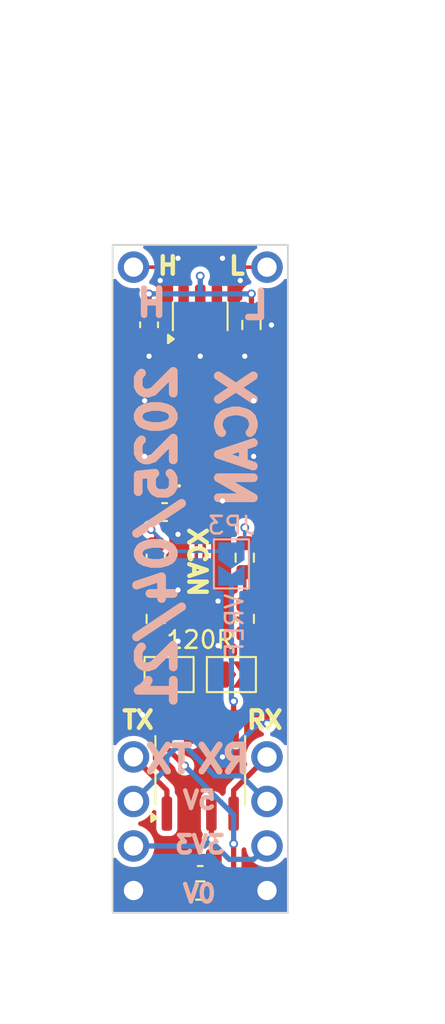
<source format=kicad_pcb>
(kicad_pcb (version 20241229) (generator "pcbnew") (generator_version "9.0")
  (layers (0 "F.Cu" signal) (2 "B.Cu" signal) (13 "F.Paste" user) (15 "B.Paste" user) (5 "F.SilkS" user "F.Silkscreen") (7 "B.SilkS" user "B.Silkscreen") (1 "F.Mask" user) (3 "B.Mask" user) (25 "Edge.Cuts" user))
  (net 0 "")
  (net 1 "/0V")
  (net 2 "/5V_ESD")
  (net 3 "/3V3")
  (net 4 "/can_milieu")
  (net 5 "/CAN_iN")
  (net 6 "/CAN_iP")
  (net 7 "/CAN_N")
  (net 8 "/CAN_P")
  (net 9 "/CAN_jP")
  (net 10 "/CAN_jN")
  (net 11 "/Vref_can")
  (net 12 "/5V")
  (net 13 "Net-(U4-Rs)")
  (net 14 "/CAN_jPi")
  (net 15 "/CAN_jNi")
  (net 16 "/CAN_TX")
  (net 17 "/CAN_RX")
  (footprint "Chimere_comps:Pastille" (layer "F.Cu") (at 132.22 144.92 180)
    (property "Reference" "TP3" (hide yes))
    (property "Value" "TestPoint" (hide yes))
    (pad "1" thru_hole circle (at 0 0 180) (size 1.8 1.8) (drill 1.1) (layers "*.Cu" "*.Mask") (net 12 "/5V"))
  )
  (footprint "Resistor_SMD:R_0603_1608Metric" (layer "F.Cu") (at 138.951 117.742 -90)
    (property "Reference" "R1" (hide yes))
    (property "Value" "1k")
    (fp_line (start -0.237258 0.5225) (end 0.237258 0.5225) (stroke (width 0.12)) (layer "F.SilkS"))
    (fp_line (start -0.237258 -0.5225) (end 0.237258 -0.5225) (stroke (width 0.12)) (layer "F.SilkS"))
    (pad "1" smd roundrect (at -0.825 0 270) (size 0.8 0.95) (layers "F.Cu" "F.Mask" "F.Paste") (net 2 "/5V_ESD"))
    (pad "2" smd roundrect (at 0.825 0 270) (size 0.8 0.95) (layers "F.Cu" "F.Mask" "F.Paste") (net 12 "/5V"))
  )
  (footprint "Chimere_comps:Pastille" (layer "F.Cu") (at 139.84 144.92 180)
    (property "Reference" "TP23" (hide yes))
    (property "Value" "TestPoint" (hide yes))
    (pad "1" thru_hole circle (at 0 0 180) (size 1.8 1.8) (drill 1.1) (layers "*.Cu" "*.Mask") (net 12 "/5V"))
  )
  (footprint "Chimere_comps:Pastille" (layer "F.Cu") (at 132.22 142.38 180)
    (property "Reference" "TP4" (hide yes))
    (property "Value" "TestPoint" (hide yes))
    (pad "1" thru_hole circle (at 0 0 180) (size 1.8 1.8) (drill 1.1) (layers "*.Cu" "*.Mask") (net 16 "/CAN_TX"))
  )
  (footprint "Capacitor_SMD:C_0603_1608Metric" (layer "F.Cu") (at 133.998 128.41)
    (property "Reference" "C7" (hide yes))
    (property "Value" "10nF 50V X7R")
    (fp_line (start -0.14058 -0.51) (end 0.14058 -0.51) (stroke (width 0.12)) (layer "F.SilkS"))
    (fp_line (start -0.14058 0.51) (end 0.14058 0.51) (stroke (width 0.12)) (layer "F.SilkS"))
    (pad "1" smd roundrect (at -0.775 0) (size 0.9 0.95) (layers "F.Cu" "F.Mask" "F.Paste") (net 4 "/can_milieu"))
    (pad "2" smd roundrect (at 0.775 0) (size 0.9 0.95) (layers "F.Cu" "F.Mask" "F.Paste") (net 1 "/0V"))
  )
  (footprint "Chimere_comps:Pastille" (layer "F.Cu") (at 139.84 114.44 180)
    (property "Reference" "TP25" (hide yes))
    (property "Value" "TestPoint" (hide yes))
    (pad "1" thru_hole circle (at 0 0 180) (size 1.8 1.8) (drill 1.1) (layers "*.Cu" "*.Mask") (net 7 "/CAN_N"))
  )
  (footprint "Chimere_comps:Pastille" (layer "F.Cu") (at 139.84 147.46 180)
    (property "Reference" "TP22" (hide yes))
    (property "Value" "TestPoint" (hide yes))
    (pad "1" thru_hole circle (at 0 0 180) (size 1.8 1.8) (drill 1.1) (layers "*.Cu" "*.Mask") (net 3 "/3V3"))
  )
  (footprint "Resistor_SMD:R_0603_1608Metric" (layer "F.Cu") (at 138.57 134.506 90)
    (property "Reference" "R4" (hide yes))
    (property "Value" "33")
    (fp_line (start -0.237258 -0.5225) (end 0.237258 -0.5225) (stroke (width 0.12)) (layer "F.SilkS"))
    (fp_line (start -0.237258 0.5225) (end 0.237258 0.5225) (stroke (width 0.12)) (layer "F.SilkS"))
    (pad "1" smd roundrect (at -0.825 0 90) (size 0.8 0.95) (layers "F.Cu" "F.Mask" "F.Paste") (net 10 "/CAN_jN"))
    (pad "2" smd roundrect (at 0.825 0 90) (size 0.8 0.95) (layers "F.Cu" "F.Mask" "F.Paste") (net 15 "/CAN_jNi"))
  )
  (footprint "Chimere_comps:Pastille" (layer "F.Cu") (at 132.22 150 180)
    (property "Reference" "TP1" (hide yes))
    (property "Value" "TestPoint" (hide yes))
    (pad "1" thru_hole circle (at 0 0 180) (size 1.8 1.8) (drill 1.1) (layers "*.Cu" "*.Mask") (net 1 "/0V"))
  )
  (footprint "Resistor_SMD:R_0603_1608Metric" (layer "F.Cu") (at 133.49 134.506 90)
    (property "Reference" "R3" (hide yes))
    (property "Value" "33")
    (fp_line (start -0.237258 -0.5225) (end 0.237258 -0.5225) (stroke (width 0.12)) (layer "F.SilkS"))
    (fp_line (start -0.237258 0.5225) (end 0.237258 0.5225) (stroke (width 0.12)) (layer "F.SilkS"))
    (pad "1" smd roundrect (at -0.825 0 90) (size 0.8 0.95) (layers "F.Cu" "F.Mask" "F.Paste") (net 9 "/CAN_jP"))
    (pad "2" smd roundrect (at 0.825 0 90) (size 0.8 0.95) (layers "F.Cu" "F.Mask" "F.Paste") (net 14 "/CAN_jPi"))
  )
  (footprint "Resistor_SMD:R_0603_1608Metric" (layer "F.Cu") (at 133.49 131.077 90)
    (property "Reference" "R5" (hide yes))
    (property "Value" "27")
    (fp_line (start -0.237258 -0.5225) (end 0.237258 -0.5225) (stroke (width 0.12)) (layer "F.SilkS"))
    (fp_line (start -0.237258 0.5225) (end 0.237258 0.5225) (stroke (width 0.12)) (layer "F.SilkS"))
    (pad "1" smd roundrect (at -0.825 0 90) (size 0.8 0.95) (layers "F.Cu" "F.Mask" "F.Paste") (net 14 "/CAN_jPi"))
    (pad "2" smd roundrect (at 0.825 0 90) (size 0.8 0.95) (layers "F.Cu" "F.Mask" "F.Paste") (net 4 "/can_milieu"))
  )
  (footprint "Chimere_comps:ACT45B1012PTL003" (layer "F.Cu") (at 136.03 123.468 90)
    (property "Reference" "FL1" (hide yes))
    (property "Value" "~" (hide yes))
    (fp_line (start -3.4 -1.2) (end -3.4 -1.2) (stroke (width 0.1)) (layer "F.SilkS"))
    (fp_line (start -3.5 -1.2) (end -3.5 -1.2) (stroke (width 0.1)) (layer "F.SilkS"))
    (fp_arc (start -3.4 -1.2) (mid -3.45 -1.15) (end -3.5 -1.2) (stroke (width 0.1)) (layer "F.SilkS"))
    (fp_arc (start -3.5 -1.2) (mid -3.45 -1.25) (end -3.4 -1.2) (stroke (width 0.1)) (layer "F.SilkS"))
    (pad "1" smd rect (at -2.275 -1.25 180) (size 0.9 1.35) (layers "F.Cu" "F.Mask" "F.Paste") (net 6 "/CAN_iP"))
    (pad "2" smd rect (at -2.275 1.25 180) (size 0.9 1.35) (layers "F.Cu" "F.Mask" "F.Paste") (net 5 "/CAN_iN"))
    (pad "3" smd rect (at 2.275 1.25 180) (size 0.9 1.35) (layers "F.Cu" "F.Mask" "F.Paste") (net 7 "/CAN_N"))
    (pad "4" smd rect (at 2.275 -1.25 180) (size 0.9 1.35) (layers "F.Cu" "F.Mask" "F.Paste") (net 8 "/CAN_P"))
  )
  (footprint "Resistor_SMD:R_0603_1608Metric" (layer "F.Cu") (at 138.57 131.014 90)
    (property "Reference" "R6" (hide yes))
    (property "Value" "27")
    (fp_line (start -0.237258 -0.5225) (end 0.237258 -0.5225) (stroke (width 0.12)) (layer "F.SilkS"))
    (fp_line (start -0.237258 0.5225) (end 0.237258 0.5225) (stroke (width 0.12)) (layer "F.SilkS"))
    (pad "1" smd roundrect (at -0.825 0 90) (size 0.8 0.95) (layers "F.Cu" "F.Mask" "F.Paste") (net 15 "/CAN_jNi"))
    (pad "2" smd roundrect (at 0.825 0 90) (size 0.8 0.95) (layers "F.Cu" "F.Mask" "F.Paste") (net 4 "/can_milieu"))
  )
  (footprint "Chimere_comps:Pastille" (layer "F.Cu") (at 132.22 147.46 180)
    (property "Reference" "TP2" (hide yes))
    (property "Value" "TestPoint" (hide yes))
    (pad "1" thru_hole circle (at 0 0 180) (size 1.8 1.8) (drill 1.1) (layers "*.Cu" "*.Mask") (net 3 "/3V3"))
  )
  (footprint "Jumper:SolderJumper-2_P1.3mm_Open_TrianglePad1.0x1.5mm" (layer "F.Cu") (at 137.808 137.681)
    (property "Reference" "JP2" (hide yes))
    (property "Value" "SolderJumper_2_Open")
    (fp_line (start -1.4 -1) (end 1.4 -1) (stroke (width 0.12)) (layer "F.SilkS"))
    (fp_line (start -1.4 1) (end -1.4 -1) (stroke (width 0.12)) (layer "F.SilkS"))
    (fp_line (start 1.4 -1) (end 1.4 1) (stroke (width 0.12)) (layer "F.SilkS"))
    (fp_line (start 1.4 1) (end -1.4 1) (stroke (width 0.12)) (layer "F.SilkS"))
    (pad "1" smd custom (at -0.725 0) (size 0.3 0.3) (layers "F.Cu" "F.Mask") (net 5 "/CAN_iN") (options (clearance outline) (anchor rect)) (primitives (gr_poly (pts (xy 1 0) (xy 0.5 0.75) (xy -0.5 0.75) (xy -0.5 -0.75) (xy 0.5 -0.75)) (width 0) (fill yes))))
    (pad "2" smd custom (at 0.725 0) (size 0.3 0.3) (layers "F.Cu" "F.Mask") (net 10 "/CAN_jN") (options (clearance outline) (anchor rect)) (primitives (gr_poly (pts (xy 0.5 0.75) (xy -0.65 0.75) (xy -0.15 0) (xy -0.65 -0.75) (xy 0.5 -0.75)) (width 0) (fill yes))))
  )
  (footprint "Jumper:SolderJumper-2_P1.3mm_Open_TrianglePad1.0x1.5mm" (layer "F.Cu") (at 134.252 137.681 180)
    (property "Reference" "JP1" (hide yes))
    (property "Value" "SolderJumper_2_Open")
    (fp_line (start 1.4 1) (end -1.4 1) (stroke (width 0.12)) (layer "F.SilkS"))
    (fp_line (start 1.4 -1) (end 1.4 1) (stroke (width 0.12)) (layer "F.SilkS"))
    (fp_line (start -1.4 1) (end -1.4 -1) (stroke (width 0.12)) (layer "F.SilkS"))
    (fp_line (start -1.4 -1) (end 1.4 -1) (stroke (width 0.12)) (layer "F.SilkS"))
    (pad "1" smd custom (at -0.725 0 180) (size 0.3 0.3) (layers "F.Cu" "F.Mask") (net 6 "/CAN_iP") (options (clearance outline) (anchor rect)) (primitives (gr_poly (pts (xy 1 0) (xy 0.5 0.75) (xy -0.5 0.75) (xy -0.5 -0.75) (xy 0.5 -0.75)) (width 0) (fill yes))))
    (pad "2" smd custom (at 0.725 0 180) (size 0.3 0.3) (layers "F.Cu" "F.Mask") (net 9 "/CAN_jP") (options (clearance outline) (anchor rect)) (primitives (gr_poly (pts (xy 0.5 0.75) (xy -0.65 0.75) (xy -0.15 0) (xy -0.65 -0.75) (xy 0.5 -0.75)) (width 0) (fill yes))))
  )
  (footprint "Chimere_comps:Pastille" (layer "F.Cu") (at 139.84 150 180)
    (property "Reference" "TP21" (hide yes))
    (property "Value" "TestPoint" (hide yes))
    (pad "1" thru_hole circle (at 0 0 180) (size 1.8 1.8) (drill 1.1) (layers "*.Cu" "*.Mask") (net 1 "/0V"))
  )
  (footprint "Resistor_SMD:R_0603_1608Metric" (layer "F.Cu") (at 136.03 150)
    (property "Reference" "R2" (hide yes))
    (property "Value" "10k")
    (fp_line (start -0.237258 -0.5225) (end 0.237258 -0.5225) (stroke (width 0.12)) (layer "F.SilkS"))
    (fp_line (start -0.237258 0.5225) (end 0.237258 0.5225) (stroke (width 0.12)) (layer "F.SilkS"))
    (pad "1" smd roundrect (at -0.825 0) (size 0.8 0.95) (layers "F.Cu" "F.Mask" "F.Paste") (net 1 "/0V"))
    (pad "2" smd roundrect (at 0.825 0) (size 0.8 0.95) (layers "F.Cu" "F.Mask" "F.Paste") (net 13 "Net-(U4-Rs)"))
  )
  (footprint "Chimere_comps:Pastille" (layer "F.Cu") (at 139.84 142.38 180)
    (property "Reference" "TP24" (hide yes))
    (property "Value" "TestPoint" (hide yes))
    (pad "1" thru_hole circle (at 0 0 180) (size 1.8 1.8) (drill 1.1) (layers "*.Cu" "*.Mask") (net 17 "/CAN_RX"))
  )
  (footprint "Package_TO_SOT_SMD:SOT-23-6" (layer "F.Cu") (at 136.03 117.2395 90)
    (property "Reference" "U1" (hide yes))
    (property "Value" "SRV05-4")
    (fp_line (start 0 -1.56) (end 0.8 -1.56) (stroke (width 0.12)) (layer "F.SilkS"))
    (fp_line (start 0 -1.56) (end -0.8 -1.56) (stroke (width 0.12)) (layer "F.SilkS"))
    (fp_line (start 0 1.56) (end 0.8 1.56) (stroke (width 0.12)) (layer "F.SilkS"))
    (fp_line (start 0 1.56) (end -0.8 1.56) (stroke (width 0.12)) (layer "F.SilkS"))
    (fp_poly (pts (xy -1.3 -1.51) (xy -1.54 -1.84) (xy -1.06 -1.84) (xy -1.3 -1.51)) (stroke (width 0.12)) (fill yes) (layer "F.SilkS"))
    (pad "1" smd roundrect (at -1.1375 -0.95 90) (size 1.325 0.6) (layers "F.Cu" "F.Mask" "F.Paste") (net 8 "/CAN_P"))
    (pad "2" smd roundrect (at -1.1375 0 90) (size 1.325 0.6) (layers "F.Cu" "F.Mask" "F.Paste") (net 1 "/0V"))
    (pad "3" smd roundrect (at -1.1375 0.95 90) (size 1.325 0.6) (layers "F.Cu" "F.Mask" "F.Paste") (net 7 "/CAN_N"))
    (pad "4" smd roundrect (at 1.1375 0.95 90) (size 1.325 0.6) (layers "F.Cu" "F.Mask" "F.Paste") (net 7 "/CAN_N"))
    (pad "5" smd roundrect (at 1.1375 0 90) (size 1.325 0.6) (layers "F.Cu" "F.Mask" "F.Paste") (net 2 "/5V_ESD"))
    (pad "6" smd roundrect (at 1.1375 -0.95 90) (size 1.325 0.6) (layers "F.Cu" "F.Mask" "F.Paste") (net 8 "/CAN_P"))
  )
  (footprint "Capacitor_SMD:C_0603_1608Metric" (layer "F.Cu") (at 133.109 117.729 -90)
    (property "Reference" "C1" (hide yes))
    (property "Value" "100nF 50V X7R")
    (fp_line (start -0.14058 0.51) (end 0.14058 0.51) (stroke (width 0.12)) (layer "F.SilkS"))
    (fp_line (start -0.14058 -0.51) (end 0.14058 -0.51) (stroke (width 0.12)) (layer "F.SilkS"))
    (pad "1" smd roundrect (at -0.775 0 270) (size 0.9 0.95) (layers "F.Cu" "F.Mask" "F.Paste") (net 2 "/5V_ESD"))
    (pad "2" smd roundrect (at 0.775 0 270) (size 0.9 0.95) (layers "F.Cu" "F.Mask" "F.Paste") (net 1 "/0V"))
  )
  (footprint "Package_SO:SOIC-8_3.9x4.9mm_P1.27mm" (layer "F.Cu") (at 136.03 143.142 90)
    (property "Reference" "U4" (hide yes))
    (property "Value" "SN65HVD230")
    (fp_line (start 0 -2.56) (end 1.95 -2.56) (stroke (width 0.12)) (layer "F.SilkS"))
    (fp_line (start 0 -2.56) (end -1.95 -2.56) (stroke (width 0.12)) (layer "F.SilkS"))
    (fp_line (start 0 2.56) (end 1.95 2.56) (stroke (width 0.12)) (layer "F.SilkS"))
    (fp_line (start 0 2.56) (end -1.95 2.56) (stroke (width 0.12)) (layer "F.SilkS"))
    (fp_poly (pts (xy -2.7 -2.465) (xy -2.94 -2.795) (xy -2.46 -2.795) (xy -2.7 -2.465)) (stroke (width 0.12)) (fill yes) (layer "F.SilkS"))
    (pad "1" smd roundrect (at -2.475 -1.905 90) (size 1.95 0.6) (layers "F.Cu" "F.Mask" "F.Paste") (net 16 "/CAN_TX"))
    (pad "2" smd roundrect (at -2.475 -0.635 90) (size 1.95 0.6) (layers "F.Cu" "F.Mask" "F.Paste") (net 1 "/0V"))
    (pad "3" smd roundrect (at -2.475 0.635 90) (size 1.95 0.6) (layers "F.Cu" "F.Mask" "F.Paste") (net 3 "/3V3"))
    (pad "4" smd roundrect (at -2.475 1.905 90) (size 1.95 0.6) (layers "F.Cu" "F.Mask" "F.Paste") (net 17 "/CAN_RX"))
    (pad "5" smd roundrect (at 2.475 1.905 90) (size 1.95 0.6) (layers "F.Cu" "F.Mask" "F.Paste") (net 11 "/Vref_can"))
    (pad "6" smd roundrect (at 2.475 0.635 90) (size 1.95 0.6) (layers "F.Cu" "F.Mask" "F.Paste") (net 5 "/CAN_iN"))
    (pad "7" smd roundrect (at 2.475 -0.635 90) (size 1.95 0.6) (layers "F.Cu" "F.Mask" "F.Paste") (net 6 "/CAN_iP"))
    (pad "8" smd roundrect (at 2.475 -1.905 90) (size 1.95 0.6) (layers "F.Cu" "F.Mask" "F.Paste") (net 13 "Net-(U4-Rs)"))
  )
  (footprint "Chimere_comps:Pastille" (layer "F.Cu") (at 132.22 114.44 180)
    (property "Reference" "TP5" (hide yes))
    (property "Value" "TestPoint" (hide yes))
    (pad "1" thru_hole circle (at 0 0 180) (size 1.8 1.8) (drill 1.1) (layers "*.Cu" "*.Mask") (net 8 "/CAN_P"))
  )
  (footprint "Capacitor_SMD:C_0603_1608Metric" (layer "F.Cu") (at 136.03 148.095 180)
    (property "Reference" "C2" (hide yes))
    (property "Value" "100nF 50V X7R")
    (fp_line (start -0.14058 0.51) (end 0.14058 0.51) (stroke (width 0.12)) (layer "F.SilkS"))
    (fp_line (start -0.14058 -0.51) (end 0.14058 -0.51) (stroke (width 0.12)) (layer "F.SilkS"))
    (pad "1" smd roundrect (at -0.775 0 180) (size 0.9 0.95) (layers "F.Cu" "F.Mask" "F.Paste") (net 3 "/3V3"))
    (pad "2" smd roundrect (at 0.775 0 180) (size 0.9 0.95) (layers "F.Cu" "F.Mask" "F.Paste") (net 1 "/0V"))
  )
  (footprint "Jumper:SolderJumper-2_P1.3mm_Open_TrianglePad1.0x1.5mm" (layer "B.Cu") (at 137.808 131.368 -90)
    (property "Reference" "JP3" (at -2.196 0 180) (layer "B.SilkS") (effects (justify mirror)))
    (property "Value" "SolderJumper_2_Open")
    (fp_line (start -1.4 1) (end 1.4 1) (stroke (width 0.12)) (layer "B.SilkS"))
    (fp_line (start 1.4 1) (end 1.4 -1) (stroke (width 0.12)) (layer "B.SilkS"))
    (fp_line (start -1.4 -1) (end -1.4 1) (stroke (width 0.12)) (layer "B.SilkS"))
    (fp_line (start 1.4 -1) (end -1.4 -1) (stroke (width 0.12)) (layer "B.SilkS"))
    (pad "1" smd custom (at -0.725 0 270) (size 0.3 0.3) (layers "B.Cu" "B.Mask") (net 4 "/can_milieu") (options (clearance outline) (anchor rect)) (primitives (gr_poly (pts (xy 1 0) (xy 0.5 -0.75) (xy -0.5 -0.75) (xy -0.5 0.75) (xy 0.5 0.75)) (width 0) (fill yes))))
    (pad "2" smd custom (at 0.725 0 270) (size 0.3 0.3) (layers "B.Cu" "B.Mask") (net 11 "/Vref_can") (options (clearance outline) (anchor rect)) (primitives (gr_poly (pts (xy 0.5 -0.75) (xy -0.65 -0.75) (xy -0.15 0) (xy -0.65 0.75) (xy 0.5 0.75)) (width 0) (fill yes))))
  )
  (gr_line (start 131.03 151.27) (end 141.03 151.27) (stroke (width 0.1)) (layer "Edge.Cuts"))
  (gr_line (start 131.03 113.17) (end 131.03 151.27) (stroke (width 0.1)) (layer "Edge.Cuts"))
  (gr_line (start 141.03 113.17) (end 131.03 113.17) (stroke (width 0.1)) (layer "Edge.Cuts"))
  (gr_line (start 141.03 151.27) (end 141.03 113.17) (stroke (width 0.1)) (layer "Edge.Cuts"))
  (gr_text "L" (at 137.554 114.948 0) (layer "F.SilkS") (effects (font (size 1 1) (thickness 0.25) (bold yes)) (justify left bottom)))
  (gr_text "120R" (at 133.998 136.284 0) (layer "F.SilkS") (effects (font (size 1 1)) (justify left bottom)))
  (gr_text "H" (at 133.49 114.948 0) (layer "F.SilkS") (effects (font (size 1 1) (thickness 0.25) (bold yes)) (justify left bottom)))
  (gr_text "RX" (at 138.57 140.856 0) (layer "F.SilkS") (effects (font (size 1 1) (thickness 0.25) (bold yes)) (justify left bottom)))
  (gr_text "TX" (at 131.458 140.856 0) (layer "F.SilkS") (effects (font (size 1 1) (thickness 0.25) (bold yes)) (justify left bottom)))
  (gr_text "XCAN" (at 135.268 129.172 270) (layer "F.SilkS") (effects (font (size 1 1) (thickness 0.25) (bold yes)) (justify left bottom)))
  (gr_text "H" (at 132.22 115.456 -180) (layer "B.SilkS") (effects (font (size 1.5 1.5) (thickness 0.375) (bold yes)) (justify left bottom mirror)))
  (gr_text "2025/04/21" (at 134.76 119.774 90) (layer "B.SilkS") (effects (font (size 2 2) (thickness 0.5) (bold yes)) (justify left bottom mirror)))
  (gr_text "VREF" (at 138.57 132.982 90) (layer "B.SilkS") (effects (font (size 1 1)) (justify left bottom mirror)))
  (gr_text "RX" (at 139.078 143.396 0) (layer "B.SilkS") (effects (font (size 1.5 1.5) (thickness 0.375) (bold yes)) (justify left bottom mirror)))
  (gr_text "TX" (at 135.776 143.396 0) (layer "B.SilkS") (effects (font (size 1.5 1.5) (thickness 0.375) (bold yes)) (justify left bottom mirror)))
  (gr_text "L" (at 140.094 117.488 -0) (layer "B.SilkS") (effects (font (size 1.5 1.5) (thickness 0.375) (bold yes)) (justify left bottom mirror)))
  (gr_text "0V" (at 137.046 150.762 0) (layer "B.SilkS") (effects (font (size 1 1) (thickness 0.25) (bold yes)) (justify left bottom mirror)))
  (gr_text "XCAN" (at 139.332 120.028 90) (layer "B.SilkS") (effects (font (size 2 2) (thickness 0.5) (bold yes)) (justify left bottom mirror)))
  (gr_text "5V" (at 137.046 145.428 0) (layer "B.SilkS") (effects (font (size 1 1) (thickness 0.25) (bold yes)) (justify left bottom mirror)))
  (gr_text "3V3" (at 137.554 147.968 -0) (layer "B.SilkS") (effects (font (size 1 1) (thickness 0.25) (bold yes)) (justify left bottom mirror)))
  (segment (start 132.728 140.475) (end 132.728 139.967) (width 0.3) (layer "F.Cu") (net 1))
  (segment (start 133.871 150) (end 132.22 150) (width 0.3) (layer "F.Cu") (net 1))
  (segment (start 134.125 148.095) (end 133.871 148.349) (width 0.3) (layer "F.Cu") (net 1))
  (segment (start 133.474 141.221) (end 132.855 140.602) (width 0.3) (layer "F.Cu") (net 1))
  (segment (start 134.76 128.423) (end 134.773 128.41) (width 0.3) (layer "F.Cu") (net 1))
  (segment (start 133.109 118.504) (end 133.109 119.52) (width 0.3) (layer "F.Cu") (net 1))
  (segment (start 133.744 142.761) (end 133.474 142.491) (width 0.3) (layer "F.Cu") (net 1))
  (segment (start 132.855 140.602) (end 132.728 140.475) (width 0.3) (layer "F.Cu") (net 1))
  (segment (start 135.395 147.955) (end 135.255 148.095) (width 0.3) (layer "F.Cu") (net 1))
  (segment (start 133.871 148.349) (end 133.871 150) (width 0.3) (layer "F.Cu") (net 1))
  (segment (start 135.255 149.95) (end 135.205 150) (width 0.3) (layer "F.Cu") (net 1))
  (segment (start 133.474 142.491) (end 133.474 141.221) (width 0.3) (layer "F.Cu") (net 1))
  (segment (start 135.395 145.617) (end 135.395 147.955) (width 0.3) (layer "F.Cu") (net 1))
  (segment (start 134.76 129.68) (end 134.76 135.776) (width 0.3) (layer "F.Cu") (net 1))
  (segment (start 135.395 144.412) (end 133.744 142.761) (width 0.3) (layer "F.Cu") (net 1))
  (segment (start 135.395 145.617) (end 135.395 144.412) (width 0.3) (layer "F.Cu") (net 1))
  (segment (start 135.205 150) (end 133.871 150) (width 0.3) (layer "F.Cu") (net 1))
  (segment (start 136.03 118.377) (end 136.03 119.52) (width 0.3) (layer "F.Cu") (net 1))
  (segment (start 134.76 129.68) (end 134.76 128.423) (width 0.3) (layer "F.Cu") (net 1))
  (segment (start 135.255 148.095) (end 134.125 148.095) (width 0.3) (layer "F.Cu") (net 1))
  (via (at 139.078 125.235) (size 0.5) (drill 0.3) (layers "F.Cu" "B.Cu") (net 1))
  (via (at 133.744 115.202) (size 0.5) (drill 0.3) (layers "F.Cu" "B.Cu") (net 1))
  (via (at 133.109 119.52) (size 0.5) (drill 0.3) (layers "F.Cu" "B.Cu") (net 1))
  (via (at 140.094 117.742) (size 0.5) (drill 0.3) (layers "F.Cu" "B.Cu") (net 1))
  (via (at 132.855 125.235) (size 0.5) (drill 0.3) (layers "F.Cu" "B.Cu") (net 1))
  (via (at 137.3 113.932) (size 0.5) (drill 0.3) (layers "F.Cu" "B.Cu") (net 1))
  (via (at 139.078 122.06) (size 0.5) (drill 0.3) (layers "F.Cu" "B.Cu") (net 1))
  (via (at 138.316 115.202) (size 0.5) (drill 0.3) (layers "F.Cu" "B.Cu") (net 1))
  (via (at 137.3 142.38) (size 0.5) (drill 0.3) (layers "F.Cu" "B.Cu") (net 1))
  (via (at 134.76 135.776) (size 0.5) (drill 0.3) (layers "F.Cu" "B.Cu") (net 1))
  (via (at 136.03 119.52) (size 0.5) (drill 0.3) (layers "F.Cu" "B.Cu") (net 1))
  (via (at 132.855 122.06) (size 0.5) (drill 0.3) (layers "F.Cu" "B.Cu") (net 1))
  (via (at 132.728 139.967) (size 0.5) (drill 0.3) (layers "F.Cu" "B.Cu") (net 1))
  (via (at 134.76 129.68) (size 0.5) (drill 0.3) (layers "F.Cu" "B.Cu") (net 1))
  (via (at 138.57 119.52) (size 0.5) (drill 0.3) (layers "F.Cu" "B.Cu") (net 1))
  (via (at 137.3 127.775) (size 0.5) (drill 0.3) (layers "F.Cu" "B.Cu") (net 1))
  (via (at 134.76 113.932) (size 0.5) (drill 0.3) (layers "F.Cu" "B.Cu") (net 1))
  (via (at 134.76 132.855) (size 0.5) (drill 0.3) (layers "F.Cu" "B.Cu") (net 1))
  (via (at 137.046 136.03) (size 0.5) (drill 0.3) (layers "F.Cu" "B.Cu") (net 1))
  (via (at 137.046 133.49) (size 0.5) (drill 0.3) (layers "F.Cu" "B.Cu") (net 1))
  (segment (start 132.728 137.808) (end 134.76 135.776) (width 0.3) (layer "B.Cu") (net 1))
  (segment (start 136.03 119.52) (end 136.03 128.41) (width 0.3) (layer "B.Cu") (net 1))
  (segment (start 133.109 119.52) (end 136.03 119.52) (width 0.3) (layer "B.Cu") (net 1))
  (segment (start 132.728 139.967) (end 132.728 137.808) (width 0.3) (layer "B.Cu") (net 1))
  (segment (start 139.84 150) (end 132.22 150) (width 0.3) (layer "B.Cu") (net 1))
  (segment (start 136.03 128.41) (end 134.76 129.68) (width 0.3) (layer "B.Cu") (net 1))
  (segment (start 133.109 116.954) (end 133.109 115.964) (width 0.3) (layer "F.Cu") (net 2))
  (segment (start 136.03 116.102) (end 136.03 114.948) (width 0.3) (layer "F.Cu") (net 2))
  (segment (start 138.951 116.917) (end 138.951 115.964) (width 0.3) (layer "F.Cu") (net 2))
  (via (at 136.03 114.948) (size 0.5) (drill 0.3) (layers "F.Cu" "B.Cu") (net 2))
  (via (at 133.109 115.964) (size 0.5) (drill 0.3) (layers "F.Cu" "B.Cu") (net 2))
  (via (at 138.951 115.964) (size 0.5) (drill 0.3) (layers "F.Cu" "B.Cu") (net 2))
  (segment (start 138.951 115.964) (end 136.03 115.964) (width 0.3) (layer "B.Cu") (net 2))
  (segment (start 136.03 115.964) (end 136.03 114.948) (width 0.3) (layer "B.Cu") (net 2))
  (segment (start 133.109 115.964) (end 136.03 115.964) (width 0.3) (layer "B.Cu") (net 2))
  (segment (start 136.665 147.955) (end 136.805 148.095) (width 0.3) (layer "F.Cu") (net 3))
  (segment (start 136.665 145.617) (end 136.665 147.955) (width 0.3) (layer "F.Cu") (net 3))
  (via (at 136.665 147.079) (size 0.5) (drill 0.3) (layers "F.Cu" "B.Cu") (net 3))
  (segment (start 139.84 147.46) (end 139.078 148.222) (width 0.3) (layer "B.Cu") (net 3))
  (segment (start 136.665 147.206) (end 136.665 147.079) (width 0.3) (layer "B.Cu") (net 3))
  (segment (start 136.284 147.46) (end 136.665 147.079) (width 0.3) (layer "B.Cu") (net 3))
  (segment (start 139.078 148.222) (end 137.681 148.222) (width 0.3) (layer "B.Cu") (net 3))
  (segment (start 132.22 147.46) (end 136.284 147.46) (width 0.3) (layer "B.Cu") (net 3))
  (segment (start 137.681 148.222) (end 136.665 147.206) (width 0.3) (layer "B.Cu") (net 3))
  (segment (start 133.49 130.252) (end 133.49 129.68) (width 0.2) (layer "F.Cu") (net 4))
  (segment (start 138.57 130.189) (end 138.57 129.299) (width 0.2) (layer "F.Cu") (net 4))
  (segment (start 133.223 129.413) (end 133.223 128.41) (width 0.2) (layer "F.Cu") (net 4))
  (segment (start 133.49 129.68) (end 133.223 129.413) (width 0.2) (layer "F.Cu") (net 4))
  (via (at 133.223 129.413) (size 0.5) (drill 0.3) (layers "F.Cu" "B.Cu") (net 4))
  (via (at 138.57 129.299) (size 0.5) (drill 0.3) (layers "F.Cu" "B.Cu") (net 4))
  (segment (start 137.808 130.643) (end 134.453 130.643) (width 0.2) (layer "B.Cu") (net 4))
  (segment (start 138.57 129.881) (end 137.808 130.643) (width 0.2) (layer "B.Cu") (net 4))
  (segment (start 134.453 130.643) (end 133.223 129.413) (width 0.2) (layer "B.Cu") (net 4))
  (segment (start 138.57 129.299) (end 138.57 129.881) (width 0.2) (layer "B.Cu") (net 4))
  (segment (start 136.255 137.681) (end 136.255 138.794499) (width 0.2) (layer "F.Cu") (net 5))
  (segment (start 137.083 137.681) (end 136.255 137.681) (width 0.2) (layer "F.Cu") (net 5))
  (segment (start 137.28 125.743) (end 137.28 125.968) (width 0.2) (layer "F.Cu") (net 5))
  (segment (start 136.665 139.204499) (end 136.665 140.667) (width 0.2) (layer "F.Cu") (net 5))
  (segment (start 136.255 126.993) (end 136.255 137.681) (width 0.2) (layer "F.Cu") (net 5))
  (segment (start 136.255 138.794499) (end 136.665 139.204499) (width 0.2) (layer "F.Cu") (net 5))
  (segment (start 137.28 125.968) (end 136.255 126.993) (width 0.2) (layer "F.Cu") (net 5))
  (segment (start 135.805 138.794499) (end 135.395 139.204499) (width 0.2) (layer "F.Cu") (net 6))
  (segment (start 135.805 137.681) (end 135.805 138.794499) (width 0.2) (layer "F.Cu") (net 6))
  (segment (start 134.78 125.743) (end 134.78 125.968) (width 0.2) (layer "F.Cu") (net 6))
  (segment (start 135.805 126.993) (end 135.805 137.681) (width 0.2) (layer "F.Cu") (net 6))
  (segment (start 134.78 125.968) (end 135.805 126.993) (width 0.2) (layer "F.Cu") (net 6))
  (segment (start 134.977 137.681) (end 135.805 137.681) (width 0.2) (layer "F.Cu") (net 6))
  (segment (start 135.395 139.204499) (end 135.395 140.667) (width 0.2) (layer "F.Cu") (net 6))
  (segment (start 136.98 118.7395) (end 136.98 118.377) (width 0.2) (layer "F.Cu") (net 7))
  (segment (start 136.98 118.377) (end 136.98 116.102) (width 0.2) (layer "F.Cu") (net 7))
  (segment (start 137.28 120.968) (end 136.581 120.269) (width 0.2) (layer "F.Cu") (net 7))
  (segment (start 137.28 121.193) (end 137.28 120.968) (width 0.2) (layer "F.Cu") (net 7))
  (segment (start 138.062 114.44) (end 139.84 114.44) (width 0.2) (layer "F.Cu") (net 7))
  (segment (start 136.98 116.102) (end 137.046 116.036) (width 0.2) (layer "F.Cu") (net 7))
  (segment (start 137.046 116.036) (end 137.046 115.456) (width 0.2) (layer "F.Cu") (net 7))
  (segment (start 136.581 120.269) (end 136.581 119.1385) (width 0.2) (layer "F.Cu") (net 7))
  (segment (start 136.581 119.1385) (end 136.98 118.7395) (width 0.2) (layer "F.Cu") (net 7))
  (segment (start 137.046 115.456) (end 138.062 114.44) (width 0.2) (layer "F.Cu") (net 7))
  (segment (start 135.479 120.269) (end 135.479 119.1385) (width 0.2) (layer "F.Cu") (net 8))
  (segment (start 135.08 115.522) (end 133.998 114.44) (width 0.2) (layer "F.Cu") (net 8))
  (segment (start 135.08 116.102) (end 135.08 115.522) (width 0.2) (layer "F.Cu") (net 8))
  (segment (start 135.08 118.377) (end 135.08 116.102) (width 0.2) (layer "F.Cu") (net 8))
  (segment (start 133.998 114.44) (end 132.22 114.44) (width 0.2) (layer "F.Cu") (net 8))
  (segment (start 135.479 119.1385) (end 135.08 118.7395) (width 0.2) (layer "F.Cu") (net 8))
  (segment (start 134.78 121.193) (end 134.78 120.968) (width 0.2) (layer "F.Cu") (net 8))
  (segment (start 134.78 120.968) (end 135.479 120.269) (width 0.2) (layer "F.Cu") (net 8))
  (segment (start 135.08 118.7395) (end 135.08 118.377) (width 0.2) (layer "F.Cu") (net 8))
  (segment (start 133.527 137.681) (end 133.527 135.368) (width 0.2) (layer "F.Cu") (net 9))
  (segment (start 133.527 135.368) (end 133.49 135.331) (width 0.2) (layer "F.Cu") (net 9))
  (segment (start 138.533 137.681) (end 138.533 135.368) (width 0.2) (layer "F.Cu") (net 10))
  (segment (start 138.533 135.368) (end 138.57 135.331) (width 0.2) (layer "F.Cu") (net 10))
  (segment (start 137.935 140.667) (end 137.935 139.205) (width 0.3) (layer "F.Cu") (net 11))
  (via (at 137.935 139.205) (size 0.5) (drill 0.3) (layers "F.Cu" "B.Cu") (net 11))
  (segment (start 137.935 139.205) (end 137.808 139.078) (width 0.3) (layer "B.Cu") (net 11))
  (segment (start 137.808 139.078) (end 137.808 132.093) (width 0.3) (layer "B.Cu") (net 11))
  (segment (start 139.459 119.393) (end 139.84 119.774) (width 0.3) (layer "F.Cu") (net 12))
  (segment (start 139.84 119.774) (end 139.84 120.155) (width 0.3) (layer "F.Cu") (net 12))
  (segment (start 139.84 120.155) (end 139.84 140.475) (width 0.3) (layer "F.Cu") (net 12))
  (segment (start 138.951 118.567) (end 138.951 118.885) (width 0.3) (layer "F.Cu") (net 12))
  (segment (start 138.951 118.885) (end 139.459 119.393) (width 0.3) (layer "F.Cu") (net 12))
  (via (at 139.84 140.475) (size 0.5) (drill 0.3) (layers "F.Cu" "B.Cu") (net 12))
  (segment (start 134.633 141.872) (end 134.76 141.872) (width 0.3) (layer "B.Cu") (net 12))
  (segment (start 138.443 143.523) (end 139.84 144.92) (width 0.3) (layer "B.Cu") (net 12))
  (segment (start 132.22 144.92) (end 134.125 143.015) (width 0.3) (layer "B.Cu") (net 12))
  (segment (start 136.8555 143.4595) (end 135.268 141.872) (width 0.3) (layer "B.Cu") (net 12))
  (segment (start 138.3795 143.4595) (end 136.8555 143.4595) (width 0.3) (layer "B.Cu") (net 12))
  (segment (start 138.3795 143.4595) (end 138.443 143.523) (width 0.3) (layer "B.Cu") (net 12))
  (segment (start 135.268 141.872) (end 134.76 141.872) (width 0.3) (layer "B.Cu") (net 12))
  (segment (start 139.84 140.475) (end 139.332 140.475) (width 0.3) (layer "B.Cu") (net 12))
  (segment (start 134.125 142.38) (end 134.633 141.872) (width 0.3) (layer "B.Cu") (net 12))
  (segment (start 138.3795 141.4275) (end 138.3795 143.4595) (width 0.3) (layer "B.Cu") (net 12))
  (segment (start 139.332 140.475) (end 138.3795 141.4275) (width 0.3) (layer "B.Cu") (net 12))
  (segment (start 134.125 143.015) (end 134.125 142.38) (width 0.3) (layer "B.Cu") (net 12))
  (segment (start 137.935 149.492) (end 137.427 150) (width 0.3) (layer "F.Cu") (net 13))
  (segment (start 134.125 141.872) (end 134.76 142.507) (width 0.3) (layer "F.Cu") (net 13))
  (segment (start 134.76 142.507) (end 135.141 142.888) (width 0.3) (layer "F.Cu") (net 13))
  (segment (start 137.427 150) (end 136.855 150) (width 0.3) (layer "F.Cu") (net 13))
  (segment (start 137.935 147.333) (end 137.935 149.492) (width 0.3) (layer "F.Cu") (net 13))
  (segment (start 134.125 140.667) (end 134.125 141.872) (width 0.3) (layer "F.Cu") (net 13))
  (via (at 135.141 142.888) (size 0.5) (drill 0.3) (layers "F.Cu" "B.Cu") (net 13))
  (via (at 137.935 147.333) (size 0.5) (drill 0.3) (layers "F.Cu" "B.Cu") (net 13))
  (segment (start 137.935 145.682) (end 135.141 142.888) (width 0.3) (layer "B.Cu") (net 13))
  (segment (start 137.935 147.333) (end 137.935 145.682) (width 0.3) (layer "B.Cu") (net 13))
  (segment (start 133.49 133.681) (end 133.49 131.902) (width 0.2) (layer "F.Cu") (net 14))
  (segment (start 138.57 133.681) (end 138.57 131.839) (width 0.2) (layer "F.Cu") (net 15))
  (segment (start 134.125 144.285) (end 132.22 142.38) (width 0.3) (layer "F.Cu") (net 16))
  (segment (start 134.125 145.617) (end 134.125 144.285) (width 0.3) (layer "F.Cu") (net 16))
  (segment (start 137.935 145.617) (end 137.935 144.285) (width 0.3) (layer "F.Cu") (net 17))
  (segment (start 137.935 144.285) (end 139.84 142.38) (width 0.3) (layer "F.Cu") (net 17))
  (zone (net 1) (net_name "/0V") (layers "F.Cu" "B.Cu") (connect_pads yes (clearance 0.3)) (min_thickness 0.254) (fill yes (thermal_gap 0.5) (thermal_bridge_width 0.5))
    (polygon (pts (xy 124.6 99.2) (xy 150 99.2) (xy 150 157.62) (xy 124.6 157.62)))
  )
)
</source>
